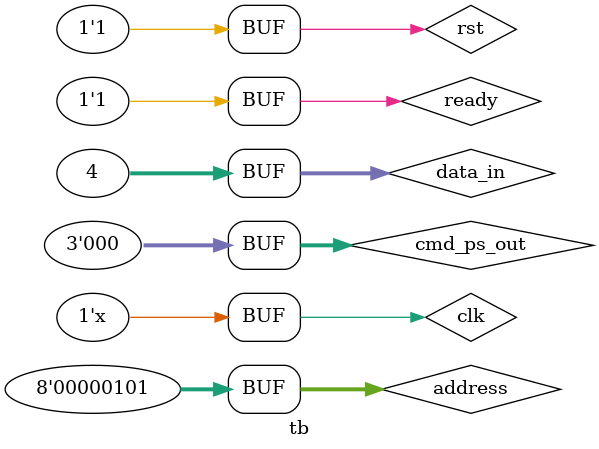
<source format=v>
module tb ();
reg clk;
reg rst;
reg ready;
reg [31:0]data_in;
reg [7:0]address;
reg [2:0] cmd_ps_out;
wire [31:0] data_in_pl;
wire	[7:0] address_pl;
wire [31:0] data_out;
wire [31:0] data_to_ps1;
wire [31:0] data_to_ps2;
wire [31:0] data_to_ps3;
wire [31:0] data_to_ps4;
wire [31:0] data_to_ps5;
wire done_pl;

wire [2:0] cmd_pl_out;

mem m0(
    //input
	.clk (clk),
	.cmd_ps (cmd_ps_out),//0:write ps data ; 1:read ps data ; 2:write pl data ; 3:read pl data ; 4:idle
	.cmd_pl (cmd_pl_out),
	.data_in_ps (data_in),
	.data_in_pl (data_in_pl),
	.address_ps (address),
    .address_pl (address_pl),
    //output
	.data_out (data_out)
);
calculator c1(
    //input
    .clk (clk),
	.rst (rst),
	.data_in (data_out),
	.ready (ready), //data is ready from ps
	//output
	.data_pl (data_in_pl),
	.address_pl (address_pl),
	.data_to_ps1 (data_to_ps1),
	.data_to_ps2 (data_to_ps2),
	.data_to_ps3 (data_to_ps3),
	.data_to_ps4 (data_to_ps4),
	.data_to_ps5 (data_to_ps5),
	.cmd (cmd_pl_out), //command to memory
	.done_pl (done_pl)
);
initial begin
    clk=1;
    rst=0;
    ready=0;
    #10
    rst=1;
    #10
    data_in=32'h12341001;
    address=8'd255;
    cmd_ps_out=3'd0;
    #10

    data_in=32'h00000000;
    address=8'd1;
    cmd_ps_out=3'd0;

    #10
    data_in=32'h00000001;
    address=8'd2;
    cmd_ps_out=3'd0;
    #10
    data_in=32'h00000002;
    address=8'd3;
    cmd_ps_out=3'd0;
    #10
    data_in=32'h00000003;
    address=8'd4;
    cmd_ps_out=3'd0;
    #10
    data_in=32'h00000004;
    address=8'd5;
    cmd_ps_out=3'd0;
    #10
    ready=1;   
    
end
always #5 clk=~clk;
endmodule

</source>
